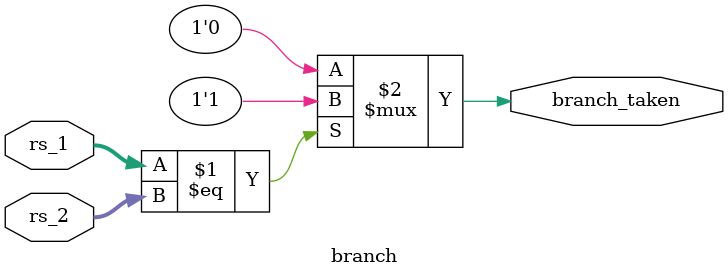
<source format=sv>
`timescale 1ns / 1ps


module branch #(parameter DATA_WIDTH = 32)(
    input logic [DATA_WIDTH - 1: 0]rs_1,
    input logic [DATA_WIDTH - 1: 0]rs_2,
    output logic branch_taken
    );
    
    assign branch_taken = (rs_1 == rs_2) ? 1'b1 : 1'b0;  //Zero flag
    
endmodule

</source>
